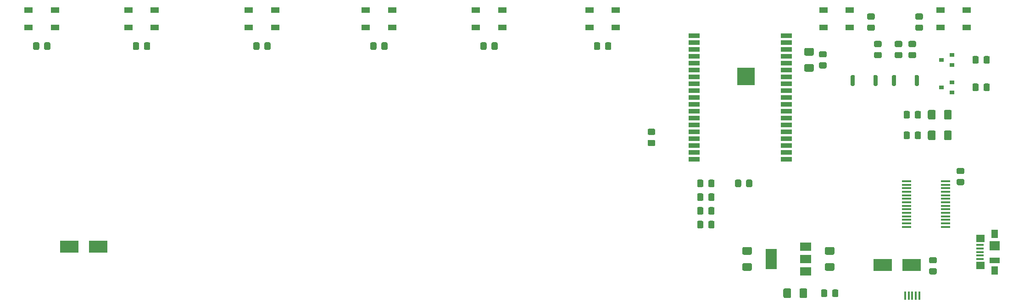
<source format=gbr>
%TF.GenerationSoftware,KiCad,Pcbnew,(5.1.6-0-10_14)*%
%TF.CreationDate,2020-10-26T15:40:05+01:00*%
%TF.ProjectId,GenericEPaperRemote,47656e65-7269-4634-9550-617065725265,rev?*%
%TF.SameCoordinates,Original*%
%TF.FileFunction,Paste,Bot*%
%TF.FilePolarity,Positive*%
%FSLAX46Y46*%
G04 Gerber Fmt 4.6, Leading zero omitted, Abs format (unit mm)*
G04 Created by KiCad (PCBNEW (5.1.6-0-10_14)) date 2020-10-26 15:40:05*
%MOMM*%
%LPD*%
G01*
G04 APERTURE LIST*
%ADD10C,0.010000*%
%ADD11R,3.500000X2.300000*%
%ADD12R,2.000000X0.900000*%
%ADD13R,1.900000X1.000000*%
%ADD14R,1.900000X1.800000*%
%ADD15R,1.300000X1.650000*%
%ADD16R,1.550000X1.425000*%
%ADD17R,1.380000X0.450000*%
%ADD18R,0.450000X1.500000*%
%ADD19R,2.000000X1.500000*%
%ADD20R,2.000000X3.800000*%
%ADD21R,1.750000X0.450000*%
%ADD22R,0.900000X0.800000*%
%ADD23R,1.500000X1.000000*%
G04 APERTURE END LIST*
D10*
%TO.C,U1*%
G36*
X224830000Y-94180000D02*
G01*
X221670000Y-94180000D01*
X221670000Y-97340000D01*
X224830000Y-97340000D01*
X224830000Y-94180000D01*
G37*
X224830000Y-94180000D02*
X221670000Y-94180000D01*
X221670000Y-97340000D01*
X224830000Y-97340000D01*
X224830000Y-94180000D01*
%TD*%
D11*
%TO.C,D13*%
X253906000Y-130683000D03*
X248506000Y-130683000D03*
%TD*%
%TO.C,D12*%
X98392000Y-127254000D03*
X103792000Y-127254000D03*
%TD*%
D12*
%TO.C,U1*%
X230750000Y-88260000D03*
X230750000Y-89530000D03*
X230750000Y-90800000D03*
X230750000Y-92070000D03*
X230750000Y-93340000D03*
X230750000Y-94610000D03*
X230750000Y-95880000D03*
X230750000Y-97150000D03*
X230750000Y-98420000D03*
X230750000Y-99690000D03*
X230750000Y-100960000D03*
X230750000Y-102230000D03*
X230750000Y-103500000D03*
X230750000Y-104770000D03*
X230750000Y-106040000D03*
X230750000Y-107310000D03*
X230750000Y-108580000D03*
X230750000Y-109850000D03*
X230750000Y-111120000D03*
X213750000Y-111120000D03*
X213750000Y-109850000D03*
X213750000Y-108580000D03*
X213750000Y-107310000D03*
X213750000Y-106040000D03*
X213750000Y-104770000D03*
X213750000Y-103500000D03*
X213750000Y-102230000D03*
X213750000Y-100960000D03*
X213750000Y-99690000D03*
X213750000Y-98420000D03*
X213750000Y-97150000D03*
X213750000Y-95880000D03*
X213750000Y-94610000D03*
X213750000Y-93340000D03*
X213750000Y-92070000D03*
X213750000Y-90800000D03*
X213750000Y-89530000D03*
X213750000Y-88260000D03*
%TD*%
%TO.C,SW13*%
G36*
G01*
X247610000Y-95720000D02*
X247610000Y-97320000D01*
G75*
G02*
X247410000Y-97520000I-200000J0D01*
G01*
X247010000Y-97520000D01*
G75*
G02*
X246810000Y-97320000I0J200000D01*
G01*
X246810000Y-95720000D01*
G75*
G02*
X247010000Y-95520000I200000J0D01*
G01*
X247410000Y-95520000D01*
G75*
G02*
X247610000Y-95720000I0J-200000D01*
G01*
G37*
G36*
G01*
X243410000Y-95720000D02*
X243410000Y-97320000D01*
G75*
G02*
X243210000Y-97520000I-200000J0D01*
G01*
X242810000Y-97520000D01*
G75*
G02*
X242610000Y-97320000I0J200000D01*
G01*
X242610000Y-95720000D01*
G75*
G02*
X242810000Y-95520000I200000J0D01*
G01*
X243210000Y-95520000D01*
G75*
G02*
X243410000Y-95720000I0J-200000D01*
G01*
G37*
%TD*%
%TO.C,SW12*%
G36*
G01*
X255230000Y-95720000D02*
X255230000Y-97320000D01*
G75*
G02*
X255030000Y-97520000I-200000J0D01*
G01*
X254630000Y-97520000D01*
G75*
G02*
X254430000Y-97320000I0J200000D01*
G01*
X254430000Y-95720000D01*
G75*
G02*
X254630000Y-95520000I200000J0D01*
G01*
X255030000Y-95520000D01*
G75*
G02*
X255230000Y-95720000I0J-200000D01*
G01*
G37*
G36*
G01*
X251030000Y-95720000D02*
X251030000Y-97320000D01*
G75*
G02*
X250830000Y-97520000I-200000J0D01*
G01*
X250430000Y-97520000D01*
G75*
G02*
X250230000Y-97320000I0J200000D01*
G01*
X250230000Y-95720000D01*
G75*
G02*
X250430000Y-95520000I200000J0D01*
G01*
X250830000Y-95520000D01*
G75*
G02*
X251030000Y-95720000I0J-200000D01*
G01*
G37*
%TD*%
D13*
%TO.C,USB3*%
X269170000Y-129820000D03*
D14*
X269170000Y-127120000D03*
D15*
X269170000Y-131645000D03*
X269170000Y-124895000D03*
D16*
X266595000Y-130757500D03*
X266595000Y-125782500D03*
D17*
X266510000Y-129570000D03*
X266510000Y-128920000D03*
X266510000Y-128270000D03*
X266510000Y-127620000D03*
X266510000Y-126970000D03*
%TD*%
D18*
%TO.C,USB1*%
X255300000Y-136335000D03*
X252700000Y-136335000D03*
X254650000Y-136335000D03*
X253350000Y-136335000D03*
X254000000Y-136335000D03*
%TD*%
D19*
%TO.C,U3*%
X234290000Y-127240000D03*
X234290000Y-131840000D03*
X234290000Y-129540000D03*
D20*
X227990000Y-129540000D03*
%TD*%
D21*
%TO.C,U2*%
X260140000Y-123605000D03*
X260140000Y-122955000D03*
X260140000Y-122305000D03*
X260140000Y-121655000D03*
X260140000Y-121005000D03*
X260140000Y-120355000D03*
X260140000Y-119705000D03*
X260140000Y-119055000D03*
X260140000Y-118405000D03*
X260140000Y-117755000D03*
X260140000Y-117105000D03*
X260140000Y-116455000D03*
X260140000Y-115805000D03*
X260140000Y-115155000D03*
X252940000Y-115155000D03*
X252940000Y-115805000D03*
X252940000Y-116455000D03*
X252940000Y-117105000D03*
X252940000Y-117755000D03*
X252940000Y-118405000D03*
X252940000Y-119055000D03*
X252940000Y-119705000D03*
X252940000Y-120355000D03*
X252940000Y-121005000D03*
X252940000Y-121655000D03*
X252940000Y-122305000D03*
X252940000Y-122955000D03*
X252940000Y-123605000D03*
%TD*%
%TO.C,R13*%
G36*
G01*
X223335000Y-116020001D02*
X223335000Y-115119999D01*
G75*
G02*
X223584999Y-114870000I249999J0D01*
G01*
X224235001Y-114870000D01*
G75*
G02*
X224485000Y-115119999I0J-249999D01*
G01*
X224485000Y-116020001D01*
G75*
G02*
X224235001Y-116270000I-249999J0D01*
G01*
X223584999Y-116270000D01*
G75*
G02*
X223335000Y-116020001I0J249999D01*
G01*
G37*
G36*
G01*
X221285000Y-116020001D02*
X221285000Y-115119999D01*
G75*
G02*
X221534999Y-114870000I249999J0D01*
G01*
X222185001Y-114870000D01*
G75*
G02*
X222435000Y-115119999I0J-249999D01*
G01*
X222435000Y-116020001D01*
G75*
G02*
X222185001Y-116270000I-249999J0D01*
G01*
X221534999Y-116270000D01*
G75*
G02*
X221285000Y-116020001I0J249999D01*
G01*
G37*
%TD*%
%TO.C,R12*%
G36*
G01*
X266250000Y-92259999D02*
X266250000Y-93160001D01*
G75*
G02*
X266000001Y-93410000I-249999J0D01*
G01*
X265349999Y-93410000D01*
G75*
G02*
X265100000Y-93160001I0J249999D01*
G01*
X265100000Y-92259999D01*
G75*
G02*
X265349999Y-92010000I249999J0D01*
G01*
X266000001Y-92010000D01*
G75*
G02*
X266250000Y-92259999I0J-249999D01*
G01*
G37*
G36*
G01*
X268300000Y-92259999D02*
X268300000Y-93160001D01*
G75*
G02*
X268050001Y-93410000I-249999J0D01*
G01*
X267399999Y-93410000D01*
G75*
G02*
X267150000Y-93160001I0J249999D01*
G01*
X267150000Y-92259999D01*
G75*
G02*
X267399999Y-92010000I249999J0D01*
G01*
X268050001Y-92010000D01*
G75*
G02*
X268300000Y-92259999I0J-249999D01*
G01*
G37*
%TD*%
%TO.C,R11*%
G36*
G01*
X266250000Y-97339999D02*
X266250000Y-98240001D01*
G75*
G02*
X266000001Y-98490000I-249999J0D01*
G01*
X265349999Y-98490000D01*
G75*
G02*
X265100000Y-98240001I0J249999D01*
G01*
X265100000Y-97339999D01*
G75*
G02*
X265349999Y-97090000I249999J0D01*
G01*
X266000001Y-97090000D01*
G75*
G02*
X266250000Y-97339999I0J-249999D01*
G01*
G37*
G36*
G01*
X268300000Y-97339999D02*
X268300000Y-98240001D01*
G75*
G02*
X268050001Y-98490000I-249999J0D01*
G01*
X267399999Y-98490000D01*
G75*
G02*
X267150000Y-98240001I0J249999D01*
G01*
X267150000Y-97339999D01*
G75*
G02*
X267399999Y-97090000I249999J0D01*
G01*
X268050001Y-97090000D01*
G75*
G02*
X268300000Y-97339999I0J-249999D01*
G01*
G37*
%TD*%
%TO.C,R10*%
G36*
G01*
X239210000Y-136340001D02*
X239210000Y-135439999D01*
G75*
G02*
X239459999Y-135190000I249999J0D01*
G01*
X240110001Y-135190000D01*
G75*
G02*
X240360000Y-135439999I0J-249999D01*
G01*
X240360000Y-136340001D01*
G75*
G02*
X240110001Y-136590000I-249999J0D01*
G01*
X239459999Y-136590000D01*
G75*
G02*
X239210000Y-136340001I0J249999D01*
G01*
G37*
G36*
G01*
X237160000Y-136340001D02*
X237160000Y-135439999D01*
G75*
G02*
X237409999Y-135190000I249999J0D01*
G01*
X238060001Y-135190000D01*
G75*
G02*
X238310000Y-135439999I0J-249999D01*
G01*
X238310000Y-136340001D01*
G75*
G02*
X238060001Y-136590000I-249999J0D01*
G01*
X237409999Y-136590000D01*
G75*
G02*
X237160000Y-136340001I0J249999D01*
G01*
G37*
%TD*%
%TO.C,R9*%
G36*
G01*
X253550000Y-106229999D02*
X253550000Y-107130001D01*
G75*
G02*
X253300001Y-107380000I-249999J0D01*
G01*
X252649999Y-107380000D01*
G75*
G02*
X252400000Y-107130001I0J249999D01*
G01*
X252400000Y-106229999D01*
G75*
G02*
X252649999Y-105980000I249999J0D01*
G01*
X253300001Y-105980000D01*
G75*
G02*
X253550000Y-106229999I0J-249999D01*
G01*
G37*
G36*
G01*
X255600000Y-106229999D02*
X255600000Y-107130001D01*
G75*
G02*
X255350001Y-107380000I-249999J0D01*
G01*
X254699999Y-107380000D01*
G75*
G02*
X254450000Y-107130001I0J249999D01*
G01*
X254450000Y-106229999D01*
G75*
G02*
X254699999Y-105980000I249999J0D01*
G01*
X255350001Y-105980000D01*
G75*
G02*
X255600000Y-106229999I0J-249999D01*
G01*
G37*
%TD*%
%TO.C,R8*%
G36*
G01*
X253550000Y-102419999D02*
X253550000Y-103320001D01*
G75*
G02*
X253300001Y-103570000I-249999J0D01*
G01*
X252649999Y-103570000D01*
G75*
G02*
X252400000Y-103320001I0J249999D01*
G01*
X252400000Y-102419999D01*
G75*
G02*
X252649999Y-102170000I249999J0D01*
G01*
X253300001Y-102170000D01*
G75*
G02*
X253550000Y-102419999I0J-249999D01*
G01*
G37*
G36*
G01*
X255600000Y-102419999D02*
X255600000Y-103320001D01*
G75*
G02*
X255350001Y-103570000I-249999J0D01*
G01*
X254699999Y-103570000D01*
G75*
G02*
X254450000Y-103320001I0J249999D01*
G01*
X254450000Y-102419999D01*
G75*
G02*
X254699999Y-102170000I249999J0D01*
G01*
X255350001Y-102170000D01*
G75*
G02*
X255600000Y-102419999I0J-249999D01*
G01*
G37*
%TD*%
%TO.C,R7*%
G36*
G01*
X247199999Y-91255000D02*
X248100001Y-91255000D01*
G75*
G02*
X248350000Y-91504999I0J-249999D01*
G01*
X248350000Y-92155001D01*
G75*
G02*
X248100001Y-92405000I-249999J0D01*
G01*
X247199999Y-92405000D01*
G75*
G02*
X246950000Y-92155001I0J249999D01*
G01*
X246950000Y-91504999D01*
G75*
G02*
X247199999Y-91255000I249999J0D01*
G01*
G37*
G36*
G01*
X247199999Y-89205000D02*
X248100001Y-89205000D01*
G75*
G02*
X248350000Y-89454999I0J-249999D01*
G01*
X248350000Y-90105001D01*
G75*
G02*
X248100001Y-90355000I-249999J0D01*
G01*
X247199999Y-90355000D01*
G75*
G02*
X246950000Y-90105001I0J249999D01*
G01*
X246950000Y-89454999D01*
G75*
G02*
X247199999Y-89205000I249999J0D01*
G01*
G37*
%TD*%
%TO.C,R6*%
G36*
G01*
X251009999Y-91255000D02*
X251910001Y-91255000D01*
G75*
G02*
X252160000Y-91504999I0J-249999D01*
G01*
X252160000Y-92155001D01*
G75*
G02*
X251910001Y-92405000I-249999J0D01*
G01*
X251009999Y-92405000D01*
G75*
G02*
X250760000Y-92155001I0J249999D01*
G01*
X250760000Y-91504999D01*
G75*
G02*
X251009999Y-91255000I249999J0D01*
G01*
G37*
G36*
G01*
X251009999Y-89205000D02*
X251910001Y-89205000D01*
G75*
G02*
X252160000Y-89454999I0J-249999D01*
G01*
X252160000Y-90105001D01*
G75*
G02*
X251910001Y-90355000I-249999J0D01*
G01*
X251009999Y-90355000D01*
G75*
G02*
X250760000Y-90105001I0J249999D01*
G01*
X250760000Y-89454999D01*
G75*
G02*
X251009999Y-89205000I249999J0D01*
G01*
G37*
%TD*%
%TO.C,R5*%
G36*
G01*
X205416999Y-107511000D02*
X206317001Y-107511000D01*
G75*
G02*
X206567000Y-107760999I0J-249999D01*
G01*
X206567000Y-108411001D01*
G75*
G02*
X206317001Y-108661000I-249999J0D01*
G01*
X205416999Y-108661000D01*
G75*
G02*
X205167000Y-108411001I0J249999D01*
G01*
X205167000Y-107760999D01*
G75*
G02*
X205416999Y-107511000I249999J0D01*
G01*
G37*
G36*
G01*
X205416999Y-105461000D02*
X206317001Y-105461000D01*
G75*
G02*
X206567000Y-105710999I0J-249999D01*
G01*
X206567000Y-106361001D01*
G75*
G02*
X206317001Y-106611000I-249999J0D01*
G01*
X205416999Y-106611000D01*
G75*
G02*
X205167000Y-106361001I0J249999D01*
G01*
X205167000Y-105710999D01*
G75*
G02*
X205416999Y-105461000I249999J0D01*
G01*
G37*
%TD*%
%TO.C,R4*%
G36*
G01*
X215450000Y-122739999D02*
X215450000Y-123640001D01*
G75*
G02*
X215200001Y-123890000I-249999J0D01*
G01*
X214549999Y-123890000D01*
G75*
G02*
X214300000Y-123640001I0J249999D01*
G01*
X214300000Y-122739999D01*
G75*
G02*
X214549999Y-122490000I249999J0D01*
G01*
X215200001Y-122490000D01*
G75*
G02*
X215450000Y-122739999I0J-249999D01*
G01*
G37*
G36*
G01*
X217500000Y-122739999D02*
X217500000Y-123640001D01*
G75*
G02*
X217250001Y-123890000I-249999J0D01*
G01*
X216599999Y-123890000D01*
G75*
G02*
X216350000Y-123640001I0J249999D01*
G01*
X216350000Y-122739999D01*
G75*
G02*
X216599999Y-122490000I249999J0D01*
G01*
X217250001Y-122490000D01*
G75*
G02*
X217500000Y-122739999I0J-249999D01*
G01*
G37*
%TD*%
%TO.C,R3*%
G36*
G01*
X215450000Y-120199999D02*
X215450000Y-121100001D01*
G75*
G02*
X215200001Y-121350000I-249999J0D01*
G01*
X214549999Y-121350000D01*
G75*
G02*
X214300000Y-121100001I0J249999D01*
G01*
X214300000Y-120199999D01*
G75*
G02*
X214549999Y-119950000I249999J0D01*
G01*
X215200001Y-119950000D01*
G75*
G02*
X215450000Y-120199999I0J-249999D01*
G01*
G37*
G36*
G01*
X217500000Y-120199999D02*
X217500000Y-121100001D01*
G75*
G02*
X217250001Y-121350000I-249999J0D01*
G01*
X216599999Y-121350000D01*
G75*
G02*
X216350000Y-121100001I0J249999D01*
G01*
X216350000Y-120199999D01*
G75*
G02*
X216599999Y-119950000I249999J0D01*
G01*
X217250001Y-119950000D01*
G75*
G02*
X217500000Y-120199999I0J-249999D01*
G01*
G37*
%TD*%
%TO.C,R2*%
G36*
G01*
X215450000Y-117659999D02*
X215450000Y-118560001D01*
G75*
G02*
X215200001Y-118810000I-249999J0D01*
G01*
X214549999Y-118810000D01*
G75*
G02*
X214300000Y-118560001I0J249999D01*
G01*
X214300000Y-117659999D01*
G75*
G02*
X214549999Y-117410000I249999J0D01*
G01*
X215200001Y-117410000D01*
G75*
G02*
X215450000Y-117659999I0J-249999D01*
G01*
G37*
G36*
G01*
X217500000Y-117659999D02*
X217500000Y-118560001D01*
G75*
G02*
X217250001Y-118810000I-249999J0D01*
G01*
X216599999Y-118810000D01*
G75*
G02*
X216350000Y-118560001I0J249999D01*
G01*
X216350000Y-117659999D01*
G75*
G02*
X216599999Y-117410000I249999J0D01*
G01*
X217250001Y-117410000D01*
G75*
G02*
X217500000Y-117659999I0J-249999D01*
G01*
G37*
%TD*%
%TO.C,R1*%
G36*
G01*
X215450000Y-115119999D02*
X215450000Y-116020001D01*
G75*
G02*
X215200001Y-116270000I-249999J0D01*
G01*
X214549999Y-116270000D01*
G75*
G02*
X214300000Y-116020001I0J249999D01*
G01*
X214300000Y-115119999D01*
G75*
G02*
X214549999Y-114870000I249999J0D01*
G01*
X215200001Y-114870000D01*
G75*
G02*
X215450000Y-115119999I0J-249999D01*
G01*
G37*
G36*
G01*
X217500000Y-115119999D02*
X217500000Y-116020001D01*
G75*
G02*
X217250001Y-116270000I-249999J0D01*
G01*
X216599999Y-116270000D01*
G75*
G02*
X216350000Y-116020001I0J249999D01*
G01*
X216350000Y-115119999D01*
G75*
G02*
X216599999Y-114870000I249999J0D01*
G01*
X217250001Y-114870000D01*
G75*
G02*
X217500000Y-115119999I0J-249999D01*
G01*
G37*
%TD*%
D22*
%TO.C,Q2*%
X259350000Y-97790000D03*
X261350000Y-98740000D03*
X261350000Y-96840000D03*
%TD*%
%TO.C,Q1*%
X259350000Y-92710000D03*
X261350000Y-93660000D03*
X261350000Y-91760000D03*
%TD*%
D23*
%TO.C,D29*%
X259170000Y-86690000D03*
X259170000Y-83490000D03*
X264070000Y-86690000D03*
X264070000Y-83490000D03*
%TD*%
%TO.C,D28*%
X237580000Y-86690000D03*
X237580000Y-83490000D03*
X242480000Y-86690000D03*
X242480000Y-83490000D03*
%TD*%
%TO.C,D27*%
X194400000Y-86690000D03*
X194400000Y-83490000D03*
X199300000Y-86690000D03*
X199300000Y-83490000D03*
%TD*%
%TO.C,D26*%
X173445000Y-86690000D03*
X173445000Y-83490000D03*
X178345000Y-86690000D03*
X178345000Y-83490000D03*
%TD*%
%TO.C,D25*%
X153125000Y-86690000D03*
X153125000Y-83490000D03*
X158025000Y-86690000D03*
X158025000Y-83490000D03*
%TD*%
%TO.C,D24*%
X131535000Y-86690000D03*
X131535000Y-83490000D03*
X136435000Y-86690000D03*
X136435000Y-83490000D03*
%TD*%
%TO.C,D23*%
X109310000Y-86690000D03*
X109310000Y-83490000D03*
X114210000Y-86690000D03*
X114210000Y-83490000D03*
%TD*%
%TO.C,D22*%
X90895000Y-86690000D03*
X90895000Y-83490000D03*
X95795000Y-86690000D03*
X95795000Y-83490000D03*
%TD*%
%TO.C,D16*%
G36*
G01*
X233185000Y-136515000D02*
X233185000Y-135265000D01*
G75*
G02*
X233435000Y-135015000I250000J0D01*
G01*
X234360000Y-135015000D01*
G75*
G02*
X234610000Y-135265000I0J-250000D01*
G01*
X234610000Y-136515000D01*
G75*
G02*
X234360000Y-136765000I-250000J0D01*
G01*
X233435000Y-136765000D01*
G75*
G02*
X233185000Y-136515000I0J250000D01*
G01*
G37*
G36*
G01*
X230210000Y-136515000D02*
X230210000Y-135265000D01*
G75*
G02*
X230460000Y-135015000I250000J0D01*
G01*
X231385000Y-135015000D01*
G75*
G02*
X231635000Y-135265000I0J-250000D01*
G01*
X231635000Y-136515000D01*
G75*
G02*
X231385000Y-136765000I-250000J0D01*
G01*
X230460000Y-136765000D01*
G75*
G02*
X230210000Y-136515000I0J250000D01*
G01*
G37*
%TD*%
%TO.C,D15*%
G36*
G01*
X258305000Y-106055000D02*
X258305000Y-107305000D01*
G75*
G02*
X258055000Y-107555000I-250000J0D01*
G01*
X257130000Y-107555000D01*
G75*
G02*
X256880000Y-107305000I0J250000D01*
G01*
X256880000Y-106055000D01*
G75*
G02*
X257130000Y-105805000I250000J0D01*
G01*
X258055000Y-105805000D01*
G75*
G02*
X258305000Y-106055000I0J-250000D01*
G01*
G37*
G36*
G01*
X261280000Y-106055000D02*
X261280000Y-107305000D01*
G75*
G02*
X261030000Y-107555000I-250000J0D01*
G01*
X260105000Y-107555000D01*
G75*
G02*
X259855000Y-107305000I0J250000D01*
G01*
X259855000Y-106055000D01*
G75*
G02*
X260105000Y-105805000I250000J0D01*
G01*
X261030000Y-105805000D01*
G75*
G02*
X261280000Y-106055000I0J-250000D01*
G01*
G37*
%TD*%
%TO.C,D14*%
G36*
G01*
X258305000Y-102245000D02*
X258305000Y-103495000D01*
G75*
G02*
X258055000Y-103745000I-250000J0D01*
G01*
X257130000Y-103745000D01*
G75*
G02*
X256880000Y-103495000I0J250000D01*
G01*
X256880000Y-102245000D01*
G75*
G02*
X257130000Y-101995000I250000J0D01*
G01*
X258055000Y-101995000D01*
G75*
G02*
X258305000Y-102245000I0J-250000D01*
G01*
G37*
G36*
G01*
X261280000Y-102245000D02*
X261280000Y-103495000D01*
G75*
G02*
X261030000Y-103745000I-250000J0D01*
G01*
X260105000Y-103745000D01*
G75*
G02*
X259855000Y-103495000I0J250000D01*
G01*
X259855000Y-102245000D01*
G75*
G02*
X260105000Y-101995000I250000J0D01*
G01*
X261030000Y-101995000D01*
G75*
G02*
X261280000Y-102245000I0J-250000D01*
G01*
G37*
%TD*%
%TO.C,C21*%
G36*
G01*
X255720001Y-85275000D02*
X254819999Y-85275000D01*
G75*
G02*
X254570000Y-85025001I0J249999D01*
G01*
X254570000Y-84374999D01*
G75*
G02*
X254819999Y-84125000I249999J0D01*
G01*
X255720001Y-84125000D01*
G75*
G02*
X255970000Y-84374999I0J-249999D01*
G01*
X255970000Y-85025001D01*
G75*
G02*
X255720001Y-85275000I-249999J0D01*
G01*
G37*
G36*
G01*
X255720001Y-87325000D02*
X254819999Y-87325000D01*
G75*
G02*
X254570000Y-87075001I0J249999D01*
G01*
X254570000Y-86424999D01*
G75*
G02*
X254819999Y-86175000I249999J0D01*
G01*
X255720001Y-86175000D01*
G75*
G02*
X255970000Y-86424999I0J-249999D01*
G01*
X255970000Y-87075001D01*
G75*
G02*
X255720001Y-87325000I-249999J0D01*
G01*
G37*
%TD*%
%TO.C,C20*%
G36*
G01*
X246830001Y-85275000D02*
X245929999Y-85275000D01*
G75*
G02*
X245680000Y-85025001I0J249999D01*
G01*
X245680000Y-84374999D01*
G75*
G02*
X245929999Y-84125000I249999J0D01*
G01*
X246830001Y-84125000D01*
G75*
G02*
X247080000Y-84374999I0J-249999D01*
G01*
X247080000Y-85025001D01*
G75*
G02*
X246830001Y-85275000I-249999J0D01*
G01*
G37*
G36*
G01*
X246830001Y-87325000D02*
X245929999Y-87325000D01*
G75*
G02*
X245680000Y-87075001I0J249999D01*
G01*
X245680000Y-86424999D01*
G75*
G02*
X245929999Y-86175000I249999J0D01*
G01*
X246830001Y-86175000D01*
G75*
G02*
X247080000Y-86424999I0J-249999D01*
G01*
X247080000Y-87075001D01*
G75*
G02*
X246830001Y-87325000I-249999J0D01*
G01*
G37*
%TD*%
%TO.C,C19*%
G36*
G01*
X197300000Y-90620001D02*
X197300000Y-89719999D01*
G75*
G02*
X197549999Y-89470000I249999J0D01*
G01*
X198200001Y-89470000D01*
G75*
G02*
X198450000Y-89719999I0J-249999D01*
G01*
X198450000Y-90620001D01*
G75*
G02*
X198200001Y-90870000I-249999J0D01*
G01*
X197549999Y-90870000D01*
G75*
G02*
X197300000Y-90620001I0J249999D01*
G01*
G37*
G36*
G01*
X195250000Y-90620001D02*
X195250000Y-89719999D01*
G75*
G02*
X195499999Y-89470000I249999J0D01*
G01*
X196150001Y-89470000D01*
G75*
G02*
X196400000Y-89719999I0J-249999D01*
G01*
X196400000Y-90620001D01*
G75*
G02*
X196150001Y-90870000I-249999J0D01*
G01*
X195499999Y-90870000D01*
G75*
G02*
X195250000Y-90620001I0J249999D01*
G01*
G37*
%TD*%
%TO.C,C18*%
G36*
G01*
X176345000Y-90620001D02*
X176345000Y-89719999D01*
G75*
G02*
X176594999Y-89470000I249999J0D01*
G01*
X177245001Y-89470000D01*
G75*
G02*
X177495000Y-89719999I0J-249999D01*
G01*
X177495000Y-90620001D01*
G75*
G02*
X177245001Y-90870000I-249999J0D01*
G01*
X176594999Y-90870000D01*
G75*
G02*
X176345000Y-90620001I0J249999D01*
G01*
G37*
G36*
G01*
X174295000Y-90620001D02*
X174295000Y-89719999D01*
G75*
G02*
X174544999Y-89470000I249999J0D01*
G01*
X175195001Y-89470000D01*
G75*
G02*
X175445000Y-89719999I0J-249999D01*
G01*
X175445000Y-90620001D01*
G75*
G02*
X175195001Y-90870000I-249999J0D01*
G01*
X174544999Y-90870000D01*
G75*
G02*
X174295000Y-90620001I0J249999D01*
G01*
G37*
%TD*%
%TO.C,C17*%
G36*
G01*
X156025000Y-90620001D02*
X156025000Y-89719999D01*
G75*
G02*
X156274999Y-89470000I249999J0D01*
G01*
X156925001Y-89470000D01*
G75*
G02*
X157175000Y-89719999I0J-249999D01*
G01*
X157175000Y-90620001D01*
G75*
G02*
X156925001Y-90870000I-249999J0D01*
G01*
X156274999Y-90870000D01*
G75*
G02*
X156025000Y-90620001I0J249999D01*
G01*
G37*
G36*
G01*
X153975000Y-90620001D02*
X153975000Y-89719999D01*
G75*
G02*
X154224999Y-89470000I249999J0D01*
G01*
X154875001Y-89470000D01*
G75*
G02*
X155125000Y-89719999I0J-249999D01*
G01*
X155125000Y-90620001D01*
G75*
G02*
X154875001Y-90870000I-249999J0D01*
G01*
X154224999Y-90870000D01*
G75*
G02*
X153975000Y-90620001I0J249999D01*
G01*
G37*
%TD*%
%TO.C,C16*%
G36*
G01*
X134435000Y-90620001D02*
X134435000Y-89719999D01*
G75*
G02*
X134684999Y-89470000I249999J0D01*
G01*
X135335001Y-89470000D01*
G75*
G02*
X135585000Y-89719999I0J-249999D01*
G01*
X135585000Y-90620001D01*
G75*
G02*
X135335001Y-90870000I-249999J0D01*
G01*
X134684999Y-90870000D01*
G75*
G02*
X134435000Y-90620001I0J249999D01*
G01*
G37*
G36*
G01*
X132385000Y-90620001D02*
X132385000Y-89719999D01*
G75*
G02*
X132634999Y-89470000I249999J0D01*
G01*
X133285001Y-89470000D01*
G75*
G02*
X133535000Y-89719999I0J-249999D01*
G01*
X133535000Y-90620001D01*
G75*
G02*
X133285001Y-90870000I-249999J0D01*
G01*
X132634999Y-90870000D01*
G75*
G02*
X132385000Y-90620001I0J249999D01*
G01*
G37*
%TD*%
%TO.C,C15*%
G36*
G01*
X112210000Y-90620001D02*
X112210000Y-89719999D01*
G75*
G02*
X112459999Y-89470000I249999J0D01*
G01*
X113110001Y-89470000D01*
G75*
G02*
X113360000Y-89719999I0J-249999D01*
G01*
X113360000Y-90620001D01*
G75*
G02*
X113110001Y-90870000I-249999J0D01*
G01*
X112459999Y-90870000D01*
G75*
G02*
X112210000Y-90620001I0J249999D01*
G01*
G37*
G36*
G01*
X110160000Y-90620001D02*
X110160000Y-89719999D01*
G75*
G02*
X110409999Y-89470000I249999J0D01*
G01*
X111060001Y-89470000D01*
G75*
G02*
X111310000Y-89719999I0J-249999D01*
G01*
X111310000Y-90620001D01*
G75*
G02*
X111060001Y-90870000I-249999J0D01*
G01*
X110409999Y-90870000D01*
G75*
G02*
X110160000Y-90620001I0J249999D01*
G01*
G37*
%TD*%
%TO.C,C14*%
G36*
G01*
X93795000Y-90620001D02*
X93795000Y-89719999D01*
G75*
G02*
X94044999Y-89470000I249999J0D01*
G01*
X94695001Y-89470000D01*
G75*
G02*
X94945000Y-89719999I0J-249999D01*
G01*
X94945000Y-90620001D01*
G75*
G02*
X94695001Y-90870000I-249999J0D01*
G01*
X94044999Y-90870000D01*
G75*
G02*
X93795000Y-90620001I0J249999D01*
G01*
G37*
G36*
G01*
X91745000Y-90620001D02*
X91745000Y-89719999D01*
G75*
G02*
X91994999Y-89470000I249999J0D01*
G01*
X92645001Y-89470000D01*
G75*
G02*
X92895000Y-89719999I0J-249999D01*
G01*
X92895000Y-90620001D01*
G75*
G02*
X92645001Y-90870000I-249999J0D01*
G01*
X91994999Y-90870000D01*
G75*
G02*
X91745000Y-90620001I0J249999D01*
G01*
G37*
%TD*%
%TO.C,C8*%
G36*
G01*
X224145000Y-128765000D02*
X222895000Y-128765000D01*
G75*
G02*
X222645000Y-128515000I0J250000D01*
G01*
X222645000Y-127590000D01*
G75*
G02*
X222895000Y-127340000I250000J0D01*
G01*
X224145000Y-127340000D01*
G75*
G02*
X224395000Y-127590000I0J-250000D01*
G01*
X224395000Y-128515000D01*
G75*
G02*
X224145000Y-128765000I-250000J0D01*
G01*
G37*
G36*
G01*
X224145000Y-131740000D02*
X222895000Y-131740000D01*
G75*
G02*
X222645000Y-131490000I0J250000D01*
G01*
X222645000Y-130565000D01*
G75*
G02*
X222895000Y-130315000I250000J0D01*
G01*
X224145000Y-130315000D01*
G75*
G02*
X224395000Y-130565000I0J-250000D01*
G01*
X224395000Y-131490000D01*
G75*
G02*
X224145000Y-131740000I-250000J0D01*
G01*
G37*
%TD*%
%TO.C,C7*%
G36*
G01*
X239385000Y-128765000D02*
X238135000Y-128765000D01*
G75*
G02*
X237885000Y-128515000I0J250000D01*
G01*
X237885000Y-127590000D01*
G75*
G02*
X238135000Y-127340000I250000J0D01*
G01*
X239385000Y-127340000D01*
G75*
G02*
X239635000Y-127590000I0J-250000D01*
G01*
X239635000Y-128515000D01*
G75*
G02*
X239385000Y-128765000I-250000J0D01*
G01*
G37*
G36*
G01*
X239385000Y-131740000D02*
X238135000Y-131740000D01*
G75*
G02*
X237885000Y-131490000I0J250000D01*
G01*
X237885000Y-130565000D01*
G75*
G02*
X238135000Y-130315000I250000J0D01*
G01*
X239385000Y-130315000D01*
G75*
G02*
X239635000Y-130565000I0J-250000D01*
G01*
X239635000Y-131490000D01*
G75*
G02*
X239385000Y-131740000I-250000J0D01*
G01*
G37*
%TD*%
%TO.C,C6*%
G36*
G01*
X263340001Y-113850000D02*
X262439999Y-113850000D01*
G75*
G02*
X262190000Y-113600001I0J249999D01*
G01*
X262190000Y-112949999D01*
G75*
G02*
X262439999Y-112700000I249999J0D01*
G01*
X263340001Y-112700000D01*
G75*
G02*
X263590000Y-112949999I0J-249999D01*
G01*
X263590000Y-113600001D01*
G75*
G02*
X263340001Y-113850000I-249999J0D01*
G01*
G37*
G36*
G01*
X263340001Y-115900000D02*
X262439999Y-115900000D01*
G75*
G02*
X262190000Y-115650001I0J249999D01*
G01*
X262190000Y-114999999D01*
G75*
G02*
X262439999Y-114750000I249999J0D01*
G01*
X263340001Y-114750000D01*
G75*
G02*
X263590000Y-114999999I0J-249999D01*
G01*
X263590000Y-115650001D01*
G75*
G02*
X263340001Y-115900000I-249999J0D01*
G01*
G37*
%TD*%
%TO.C,C5*%
G36*
G01*
X258260001Y-130360000D02*
X257359999Y-130360000D01*
G75*
G02*
X257110000Y-130110001I0J249999D01*
G01*
X257110000Y-129459999D01*
G75*
G02*
X257359999Y-129210000I249999J0D01*
G01*
X258260001Y-129210000D01*
G75*
G02*
X258510000Y-129459999I0J-249999D01*
G01*
X258510000Y-130110001D01*
G75*
G02*
X258260001Y-130360000I-249999J0D01*
G01*
G37*
G36*
G01*
X258260001Y-132410000D02*
X257359999Y-132410000D01*
G75*
G02*
X257110000Y-132160001I0J249999D01*
G01*
X257110000Y-131509999D01*
G75*
G02*
X257359999Y-131260000I249999J0D01*
G01*
X258260001Y-131260000D01*
G75*
G02*
X258510000Y-131509999I0J-249999D01*
G01*
X258510000Y-132160001D01*
G75*
G02*
X258260001Y-132410000I-249999J0D01*
G01*
G37*
%TD*%
%TO.C,C3*%
G36*
G01*
X254450001Y-90355000D02*
X253549999Y-90355000D01*
G75*
G02*
X253300000Y-90105001I0J249999D01*
G01*
X253300000Y-89454999D01*
G75*
G02*
X253549999Y-89205000I249999J0D01*
G01*
X254450001Y-89205000D01*
G75*
G02*
X254700000Y-89454999I0J-249999D01*
G01*
X254700000Y-90105001D01*
G75*
G02*
X254450001Y-90355000I-249999J0D01*
G01*
G37*
G36*
G01*
X254450001Y-92405000D02*
X253549999Y-92405000D01*
G75*
G02*
X253300000Y-92155001I0J249999D01*
G01*
X253300000Y-91504999D01*
G75*
G02*
X253549999Y-91255000I249999J0D01*
G01*
X254450001Y-91255000D01*
G75*
G02*
X254700000Y-91504999I0J-249999D01*
G01*
X254700000Y-92155001D01*
G75*
G02*
X254450001Y-92405000I-249999J0D01*
G01*
G37*
%TD*%
%TO.C,C2*%
G36*
G01*
X237039999Y-93160000D02*
X237940001Y-93160000D01*
G75*
G02*
X238190000Y-93409999I0J-249999D01*
G01*
X238190000Y-94060001D01*
G75*
G02*
X237940001Y-94310000I-249999J0D01*
G01*
X237039999Y-94310000D01*
G75*
G02*
X236790000Y-94060001I0J249999D01*
G01*
X236790000Y-93409999D01*
G75*
G02*
X237039999Y-93160000I249999J0D01*
G01*
G37*
G36*
G01*
X237039999Y-91110000D02*
X237940001Y-91110000D01*
G75*
G02*
X238190000Y-91359999I0J-249999D01*
G01*
X238190000Y-92010001D01*
G75*
G02*
X237940001Y-92260000I-249999J0D01*
G01*
X237039999Y-92260000D01*
G75*
G02*
X236790000Y-92010001I0J249999D01*
G01*
X236790000Y-91359999D01*
G75*
G02*
X237039999Y-91110000I249999J0D01*
G01*
G37*
%TD*%
%TO.C,C1*%
G36*
G01*
X234325000Y-93485000D02*
X235575000Y-93485000D01*
G75*
G02*
X235825000Y-93735000I0J-250000D01*
G01*
X235825000Y-94660000D01*
G75*
G02*
X235575000Y-94910000I-250000J0D01*
G01*
X234325000Y-94910000D01*
G75*
G02*
X234075000Y-94660000I0J250000D01*
G01*
X234075000Y-93735000D01*
G75*
G02*
X234325000Y-93485000I250000J0D01*
G01*
G37*
G36*
G01*
X234325000Y-90510000D02*
X235575000Y-90510000D01*
G75*
G02*
X235825000Y-90760000I0J-250000D01*
G01*
X235825000Y-91685000D01*
G75*
G02*
X235575000Y-91935000I-250000J0D01*
G01*
X234325000Y-91935000D01*
G75*
G02*
X234075000Y-91685000I0J250000D01*
G01*
X234075000Y-90760000D01*
G75*
G02*
X234325000Y-90510000I250000J0D01*
G01*
G37*
%TD*%
M02*

</source>
